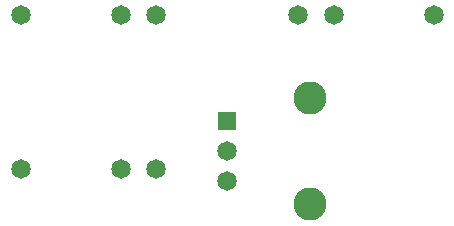
<source format=gbr>
G04 #@! TF.GenerationSoftware,KiCad,Pcbnew,(5.0.0)*
G04 #@! TF.CreationDate,2018-08-26T21:31:10+02:00*
G04 #@! TF.ProjectId,1u_lpg,31755F6C70672E6B696361645F706362,rev?*
G04 #@! TF.SameCoordinates,Original*
G04 #@! TF.FileFunction,Paste,Bot*
G04 #@! TF.FilePolarity,Positive*
%FSLAX46Y46*%
G04 Gerber Fmt 4.6, Leading zero omitted, Abs format (unit mm)*
G04 Created by KiCad (PCBNEW (5.0.0)) date 08/26/18 21:31:10*
%MOMM*%
%LPD*%
G01*
G04 APERTURE LIST*
%ADD10C,1.648460*%
%ADD11R,1.648460X1.648460*%
%ADD12C,2.794000*%
G04 APERTURE END LIST*
D10*
G04 #@! TO.C,J_CV_1*
X1501280Y-17500000D03*
X9997580Y-17500000D03*
X12999860Y-17500000D03*
G04 #@! TD*
G04 #@! TO.C,J_IN_1*
X12999860Y-4500000D03*
X9997580Y-4500000D03*
X1501280Y-4500000D03*
G04 #@! TD*
G04 #@! TO.C,J_OUT_1*
X36498720Y-4500000D03*
X28002420Y-4500000D03*
X25000140Y-4500000D03*
G04 #@! TD*
D11*
G04 #@! TO.C,RV1*
X19002300Y-13500640D03*
D10*
X19002300Y-16000000D03*
X19002300Y-18499360D03*
D12*
X26000000Y-11501660D03*
X26000000Y-20498340D03*
G04 #@! TD*
M02*

</source>
